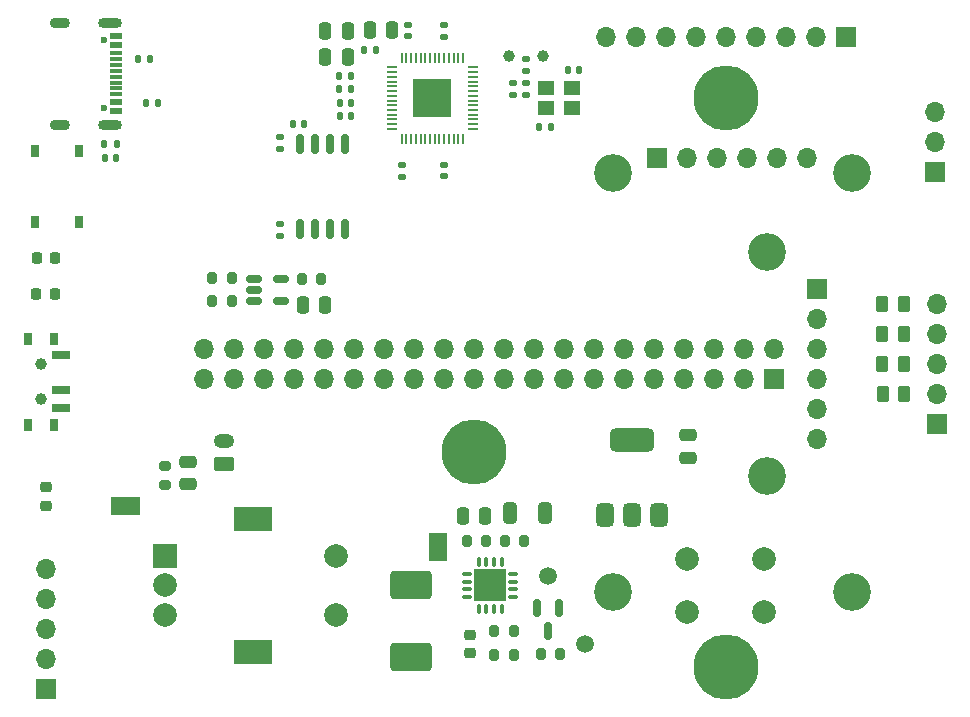
<source format=gts>
G04 #@! TF.GenerationSoftware,KiCad,Pcbnew,9.0.0*
G04 #@! TF.CreationDate,2025-04-29T16:12:49+03:00*
G04 #@! TF.ProjectId,Embedded-Board,456d6265-6464-4656-942d-426f6172642e,rev?*
G04 #@! TF.SameCoordinates,Original*
G04 #@! TF.FileFunction,Soldermask,Top*
G04 #@! TF.FilePolarity,Negative*
%FSLAX46Y46*%
G04 Gerber Fmt 4.6, Leading zero omitted, Abs format (unit mm)*
G04 Created by KiCad (PCBNEW 9.0.0) date 2025-04-29 16:12:49*
%MOMM*%
%LPD*%
G01*
G04 APERTURE LIST*
G04 Aperture macros list*
%AMRoundRect*
0 Rectangle with rounded corners*
0 $1 Rounding radius*
0 $2 $3 $4 $5 $6 $7 $8 $9 X,Y pos of 4 corners*
0 Add a 4 corners polygon primitive as box body*
4,1,4,$2,$3,$4,$5,$6,$7,$8,$9,$2,$3,0*
0 Add four circle primitives for the rounded corners*
1,1,$1+$1,$2,$3*
1,1,$1+$1,$4,$5*
1,1,$1+$1,$6,$7*
1,1,$1+$1,$8,$9*
0 Add four rect primitives between the rounded corners*
20,1,$1+$1,$2,$3,$4,$5,0*
20,1,$1+$1,$4,$5,$6,$7,0*
20,1,$1+$1,$6,$7,$8,$9,0*
20,1,$1+$1,$8,$9,$2,$3,0*%
%AMFreePoly0*
4,1,6,1.000000,0.000000,0.500000,-0.750000,-0.500000,-0.750000,-0.500000,0.750000,0.500000,0.750000,1.000000,0.000000,1.000000,0.000000,$1*%
%AMFreePoly1*
4,1,6,0.500000,-0.750000,-0.650000,-0.750000,-0.150000,0.000000,-0.650000,0.750000,0.500000,0.750000,0.500000,-0.750000,0.500000,-0.750000,$1*%
G04 Aperture macros list end*
%ADD10C,0.000000*%
%ADD11R,1.700000X1.700000*%
%ADD12O,1.700000X1.700000*%
%ADD13RoundRect,0.135000X-0.135000X-0.185000X0.135000X-0.185000X0.135000X0.185000X-0.135000X0.185000X0*%
%ADD14RoundRect,0.250000X-0.325000X-0.650000X0.325000X-0.650000X0.325000X0.650000X-0.325000X0.650000X0*%
%ADD15RoundRect,0.250000X0.250000X0.475000X-0.250000X0.475000X-0.250000X-0.475000X0.250000X-0.475000X0*%
%ADD16RoundRect,0.162500X0.162500X-0.650000X0.162500X0.650000X-0.162500X0.650000X-0.162500X-0.650000X0*%
%ADD17RoundRect,0.140000X-0.170000X0.140000X-0.170000X-0.140000X0.170000X-0.140000X0.170000X0.140000X0*%
%ADD18RoundRect,0.250000X-0.262500X-0.450000X0.262500X-0.450000X0.262500X0.450000X-0.262500X0.450000X0*%
%ADD19RoundRect,0.140000X-0.140000X-0.170000X0.140000X-0.170000X0.140000X0.170000X-0.140000X0.170000X0*%
%ADD20RoundRect,0.250000X1.500000X-0.925000X1.500000X0.925000X-1.500000X0.925000X-1.500000X-0.925000X0*%
%ADD21R,0.750000X1.000000*%
%ADD22RoundRect,0.135000X0.185000X-0.135000X0.185000X0.135000X-0.185000X0.135000X-0.185000X-0.135000X0*%
%ADD23RoundRect,0.140000X0.140000X0.170000X-0.140000X0.170000X-0.140000X-0.170000X0.140000X-0.170000X0*%
%ADD24RoundRect,0.218750X0.256250X-0.218750X0.256250X0.218750X-0.256250X0.218750X-0.256250X-0.218750X0*%
%ADD25R,1.500000X1.000000*%
%ADD26RoundRect,0.250000X-0.475000X0.250000X-0.475000X-0.250000X0.475000X-0.250000X0.475000X0.250000X0*%
%ADD27RoundRect,0.200000X-0.200000X-0.275000X0.200000X-0.275000X0.200000X0.275000X-0.200000X0.275000X0*%
%ADD28RoundRect,0.135000X0.135000X0.185000X-0.135000X0.185000X-0.135000X-0.185000X0.135000X-0.185000X0*%
%ADD29C,1.000000*%
%ADD30RoundRect,0.225000X0.250000X-0.225000X0.250000X0.225000X-0.250000X0.225000X-0.250000X-0.225000X0*%
%ADD31R,1.400000X1.200000*%
%ADD32RoundRect,0.375000X0.375000X-0.625000X0.375000X0.625000X-0.375000X0.625000X-0.375000X-0.625000X0*%
%ADD33RoundRect,0.500000X1.400000X-0.500000X1.400000X0.500000X-1.400000X0.500000X-1.400000X-0.500000X0*%
%ADD34RoundRect,0.135000X-0.185000X0.135000X-0.185000X-0.135000X0.185000X-0.135000X0.185000X0.135000X0*%
%ADD35RoundRect,0.200000X-0.275000X0.200000X-0.275000X-0.200000X0.275000X-0.200000X0.275000X0.200000X0*%
%ADD36C,1.500000*%
%ADD37RoundRect,0.150000X-0.512500X-0.150000X0.512500X-0.150000X0.512500X0.150000X-0.512500X0.150000X0*%
%ADD38RoundRect,0.250000X0.625000X-0.350000X0.625000X0.350000X-0.625000X0.350000X-0.625000X-0.350000X0*%
%ADD39O,1.750000X1.200000*%
%ADD40RoundRect,0.250000X-0.250000X-0.475000X0.250000X-0.475000X0.250000X0.475000X-0.250000X0.475000X0*%
%ADD41RoundRect,0.200000X0.200000X0.275000X-0.200000X0.275000X-0.200000X-0.275000X0.200000X-0.275000X0*%
%ADD42RoundRect,0.050000X0.050000X-0.387500X0.050000X0.387500X-0.050000X0.387500X-0.050000X-0.387500X0*%
%ADD43RoundRect,0.050000X0.387500X-0.050000X0.387500X0.050000X-0.387500X0.050000X-0.387500X-0.050000X0*%
%ADD44R,3.200000X3.200000*%
%ADD45C,5.500000*%
%ADD46RoundRect,0.140000X0.170000X-0.140000X0.170000X0.140000X-0.170000X0.140000X-0.170000X-0.140000X0*%
%ADD47C,2.000000*%
%ADD48RoundRect,0.087500X-0.325000X-0.087500X0.325000X-0.087500X0.325000X0.087500X-0.325000X0.087500X0*%
%ADD49RoundRect,0.087500X-0.087500X-0.325000X0.087500X-0.325000X0.087500X0.325000X-0.087500X0.325000X0*%
%ADD50R,2.700000X2.700000*%
%ADD51R,2.000000X2.000000*%
%ADD52R,3.200000X2.000000*%
%ADD53RoundRect,0.218750X-0.218750X-0.256250X0.218750X-0.256250X0.218750X0.256250X-0.218750X0.256250X0*%
%ADD54R,0.800000X1.000000*%
%ADD55R,1.500000X0.700000*%
%ADD56FreePoly0,0.000000*%
%ADD57FreePoly1,0.000000*%
%ADD58C,0.600000*%
%ADD59R,1.140000X0.600000*%
%ADD60R,1.140000X0.300000*%
%ADD61O,2.000000X0.900000*%
%ADD62O,1.700000X0.900000*%
%ADD63RoundRect,0.150000X-0.150000X0.587500X-0.150000X-0.587500X0.150000X-0.587500X0.150000X0.587500X0*%
%ADD64C,3.200000*%
G04 APERTURE END LIST*
D10*
G36*
X111550000Y-100300000D02*
G01*
X110049999Y-100300001D01*
X110050000Y-100000000D01*
X111550001Y-99999999D01*
X111550000Y-100300000D01*
G37*
G36*
X83125000Y-95950000D02*
G01*
X85575000Y-95950000D01*
X85575000Y-97450000D01*
X83125000Y-97450000D01*
X83125000Y-95950000D01*
G37*
D11*
X77550000Y-112179999D03*
D12*
X77550000Y-109639999D03*
X77550000Y-107100000D03*
X77550000Y-104559999D03*
X77550000Y-102019999D03*
D13*
X102415000Y-60275000D03*
X103435000Y-60275000D03*
D14*
X116900000Y-97300000D03*
X119850000Y-97300000D03*
D15*
X103125000Y-58625000D03*
X101225002Y-58625000D03*
D16*
X99060000Y-73237500D03*
X100330000Y-73237500D03*
X101600000Y-73237500D03*
X102870000Y-73237500D03*
X102870000Y-66062500D03*
X101600000Y-66062500D03*
X100330000Y-66062500D03*
X99060000Y-66062500D03*
D17*
X111300000Y-67820000D03*
X111300000Y-68780000D03*
X107700000Y-67825000D03*
X107700000Y-68785000D03*
D13*
X104540000Y-58050000D03*
X105560000Y-58050000D03*
D18*
X148375000Y-79600000D03*
X150200000Y-79600000D03*
D19*
X82570000Y-67200000D03*
X83530000Y-67200000D03*
D20*
X108500000Y-109450000D03*
X108500000Y-103400000D03*
D18*
X148387500Y-82100000D03*
X150212500Y-82100000D03*
X148387500Y-84650000D03*
X150212500Y-84650000D03*
D21*
X80400000Y-66650000D03*
X80400000Y-72650000D03*
X76700000Y-66650000D03*
X76700000Y-72650000D03*
D22*
X97365000Y-73859999D03*
X97365000Y-72840001D03*
D23*
X120330000Y-64550000D03*
X119370000Y-64550000D03*
D24*
X77550000Y-96687501D03*
X77550000Y-95112499D03*
D25*
X110799999Y-100800001D03*
X110800001Y-99499999D03*
D26*
X89600000Y-92950002D03*
X89600000Y-94849998D03*
D27*
X116425000Y-99650000D03*
X118075000Y-99650000D03*
D28*
X103434999Y-61400000D03*
X102415001Y-61400000D03*
D29*
X119700000Y-58600000D03*
D30*
X113500000Y-109125000D03*
X113500000Y-107575000D03*
D27*
X115525000Y-109300000D03*
X117175000Y-109300000D03*
D31*
X119950000Y-63000000D03*
X122150000Y-63000000D03*
X122150000Y-61300000D03*
X119950000Y-61300000D03*
D23*
X103425000Y-62550000D03*
X102465000Y-62550000D03*
D15*
X103124999Y-56450000D03*
X101225001Y-56450000D03*
D32*
X124925000Y-97425000D03*
X127225000Y-97424999D03*
D33*
X127225000Y-91125001D03*
D32*
X129525000Y-97425000D03*
D34*
X118200000Y-60840001D03*
X118200000Y-61859999D03*
D29*
X116750000Y-58550000D03*
D11*
X152850000Y-68440000D03*
D12*
X152850000Y-65900000D03*
X152849999Y-63359999D03*
D11*
X145300000Y-56950000D03*
D12*
X142760000Y-56950000D03*
X140220001Y-56950000D03*
X137680000Y-56950000D03*
X135140000Y-56950000D03*
X132600000Y-56950000D03*
X130060000Y-56950000D03*
X127519999Y-56950000D03*
X124980000Y-56950000D03*
D35*
X87650000Y-93275000D03*
X87650000Y-94925000D03*
D36*
X120050000Y-102600000D03*
D19*
X98515000Y-64350000D03*
X99475000Y-64350000D03*
D37*
X95187500Y-77450000D03*
X95187500Y-78400000D03*
X95187500Y-79350000D03*
X97462500Y-79350000D03*
X97462500Y-77450000D03*
D28*
X87059999Y-62550000D03*
X86040001Y-62550000D03*
D38*
X92700000Y-93150000D03*
D39*
X92700000Y-91149999D03*
D34*
X97390000Y-65465001D03*
X97390000Y-66484999D03*
D19*
X121770000Y-59725000D03*
X122730000Y-59725000D03*
D40*
X112900002Y-97499999D03*
X114799998Y-97500001D03*
D41*
X114875000Y-99650000D03*
X113225000Y-99650000D03*
D42*
X107700000Y-65587500D03*
X108100001Y-65587500D03*
X108500000Y-65587500D03*
X108900000Y-65587500D03*
X109300000Y-65587500D03*
X109699999Y-65587500D03*
X110100000Y-65587500D03*
X110500000Y-65587500D03*
X110900001Y-65587500D03*
X111300000Y-65587500D03*
X111700000Y-65587500D03*
X112100000Y-65587500D03*
X112499999Y-65587500D03*
X112900000Y-65587500D03*
D43*
X113737500Y-64750000D03*
X113737500Y-64349999D03*
X113737500Y-63950000D03*
X113737500Y-63550000D03*
X113737500Y-63150000D03*
X113737500Y-62750001D03*
X113737500Y-62350000D03*
X113737500Y-61950000D03*
X113737500Y-61549999D03*
X113737500Y-61150000D03*
X113737500Y-60750000D03*
X113737500Y-60350000D03*
X113737500Y-59950001D03*
X113737500Y-59550000D03*
D42*
X112900000Y-58712500D03*
X112499999Y-58712500D03*
X112100000Y-58712500D03*
X111700000Y-58712500D03*
X111300000Y-58712500D03*
X110900001Y-58712500D03*
X110500000Y-58712500D03*
X110100000Y-58712500D03*
X109699999Y-58712500D03*
X109300000Y-58712500D03*
X108900000Y-58712500D03*
X108500000Y-58712500D03*
X108100001Y-58712500D03*
X107700000Y-58712500D03*
D43*
X106862500Y-59550000D03*
X106862500Y-59950001D03*
X106862500Y-60350000D03*
X106862500Y-60750000D03*
X106862500Y-61150000D03*
X106862500Y-61549999D03*
X106862500Y-61950000D03*
X106862500Y-62350000D03*
X106862500Y-62750001D03*
X106862500Y-63150000D03*
X106862500Y-63550000D03*
X106862500Y-63950000D03*
X106862500Y-64349999D03*
X106862500Y-64750000D03*
D44*
X110300000Y-62150000D03*
D45*
X113800000Y-92150000D03*
D26*
X131975000Y-90675001D03*
X131975000Y-92574999D03*
D27*
X91650000Y-79300000D03*
X93300000Y-79300000D03*
D46*
X117125000Y-61855000D03*
X117125000Y-60895000D03*
D47*
X131900000Y-101150000D03*
X138400000Y-101150000D03*
X131900000Y-105650000D03*
X138400000Y-105650000D03*
D45*
X135150000Y-110350000D03*
D48*
X113237500Y-102425000D03*
X113237500Y-103075000D03*
X113237500Y-103725000D03*
X113237500Y-104375000D03*
D49*
X114225000Y-105362500D03*
X114875000Y-105362500D03*
X115525000Y-105362500D03*
X116175000Y-105362500D03*
D48*
X117162500Y-104375000D03*
X117162500Y-103725000D03*
X117162500Y-103075000D03*
X117162500Y-102425000D03*
D49*
X116175000Y-101437500D03*
X115525000Y-101437500D03*
X114875000Y-101437500D03*
X114225000Y-101437500D03*
D50*
X115200000Y-103400000D03*
D23*
X103430000Y-63700000D03*
X102470000Y-63700000D03*
D18*
X148437500Y-87200000D03*
X150262500Y-87200000D03*
D51*
X87650000Y-100900000D03*
D47*
X87650000Y-105900000D03*
X87650000Y-103400000D03*
D52*
X95150000Y-97800000D03*
X95150000Y-109000000D03*
D47*
X102150000Y-105900000D03*
X102150000Y-100900000D03*
D15*
X106899999Y-56400000D03*
X105000001Y-56400000D03*
D46*
X108200000Y-56880000D03*
X108200000Y-55920000D03*
D11*
X139250000Y-85940000D03*
D12*
X139250000Y-83400000D03*
X136710000Y-85940000D03*
X136710000Y-83400000D03*
X134170001Y-85940000D03*
X134170000Y-83400000D03*
X131630000Y-85940000D03*
X131630000Y-83400000D03*
X129090000Y-85940000D03*
X129090000Y-83400000D03*
X126550000Y-85940000D03*
X126550000Y-83400000D03*
X124010000Y-85940000D03*
X124010000Y-83400000D03*
X121469999Y-85940000D03*
X121470000Y-83400000D03*
X118930000Y-85940000D03*
X118930000Y-83400000D03*
X116390000Y-85940000D03*
X116390000Y-83400000D03*
X113850000Y-85940000D03*
X113850000Y-83400000D03*
X111310001Y-85940000D03*
X111310000Y-83400000D03*
X108770000Y-85940000D03*
X108770000Y-83400000D03*
X106230000Y-85940000D03*
X106230000Y-83400000D03*
X103690000Y-85940000D03*
X103690000Y-83400000D03*
X101150001Y-85940000D03*
X101150000Y-83400000D03*
X98609999Y-85940000D03*
X98610000Y-83400000D03*
X96070000Y-85940000D03*
X96070000Y-83400000D03*
X93530000Y-85940000D03*
X93530000Y-83400000D03*
X90990000Y-85940000D03*
X90990000Y-83400000D03*
D13*
X82540000Y-66000000D03*
X83560000Y-66000000D03*
D11*
X153000000Y-89729999D03*
D12*
X153000000Y-87189999D03*
X153000000Y-84650000D03*
X153000000Y-82109999D03*
X153000000Y-79569999D03*
D27*
X91650000Y-77400000D03*
X93300000Y-77400000D03*
D53*
X76762499Y-78750000D03*
X78337501Y-78750000D03*
D36*
X123250000Y-108350000D03*
D53*
X76812499Y-75700000D03*
X78387501Y-75700000D03*
D41*
X117175000Y-107300000D03*
X115525000Y-107300000D03*
D27*
X99250000Y-77450000D03*
X100900000Y-77450000D03*
D46*
X118200000Y-59830000D03*
X118200000Y-58870000D03*
D54*
X78250000Y-82500000D03*
X76050000Y-82500000D03*
D29*
X77150000Y-84650000D03*
X77150000Y-87650000D03*
D54*
X78250000Y-89800000D03*
X76050000Y-89800000D03*
D55*
X78900000Y-83900000D03*
X78900000Y-86900000D03*
X78900000Y-88400000D03*
D41*
X121150000Y-109250000D03*
X119500000Y-109250000D03*
D56*
X83625000Y-96700000D03*
D57*
X85075000Y-96700000D03*
D13*
X85340001Y-58850000D03*
X86359999Y-58850000D03*
D58*
X82470000Y-57185000D03*
X82470000Y-62965000D03*
D59*
X83540000Y-56875000D03*
X83540000Y-57675000D03*
D60*
X83540000Y-58825001D03*
X83540000Y-59825000D03*
X83540000Y-60325000D03*
X83540000Y-61324999D03*
D59*
X83540000Y-63275000D03*
X83540000Y-62475000D03*
D60*
X83540000Y-61825000D03*
X83540000Y-60825000D03*
X83540000Y-59325000D03*
X83540000Y-58325000D03*
D61*
X82970000Y-55750000D03*
D62*
X78790000Y-55750000D03*
D61*
X82970000Y-64400000D03*
D62*
X78790000Y-64400000D03*
D40*
X99350000Y-79650000D03*
X101250000Y-79650000D03*
D45*
X135150000Y-62150000D03*
D63*
X121050000Y-105350000D03*
X119150000Y-105350000D03*
X120100000Y-107225001D03*
D46*
X111300000Y-56930000D03*
X111300000Y-55970000D03*
D11*
X142850000Y-78300000D03*
D12*
X142850000Y-80840000D03*
X142850000Y-83379999D03*
X142850000Y-85920001D03*
X142850000Y-88460000D03*
X142850000Y-91000000D03*
D11*
X129356379Y-67243216D03*
D12*
X131896379Y-67243216D03*
X134436378Y-67243216D03*
X136976380Y-67243216D03*
X139516379Y-67243216D03*
X142056379Y-67243216D03*
D64*
X125606378Y-103993215D03*
X145806379Y-68493216D03*
X138650000Y-94150000D03*
X138650000Y-75149998D03*
X125606379Y-68493216D03*
X145806378Y-103993215D03*
M02*

</source>
